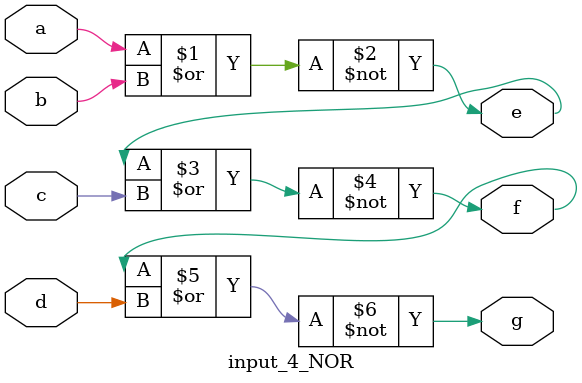
<source format=v>
`timescale 1ns / 1ps
 
module input_4_NOR(
    /* Input the var */
    input a, b, c, d,
    /* Output the var */
    output e, f, g
    );
    
/* NOR = NOT + OR */
assign e = ~(a | b);
assign f = ~(e | c);
assign g = ~(f | d);
 
endmodule

</source>
